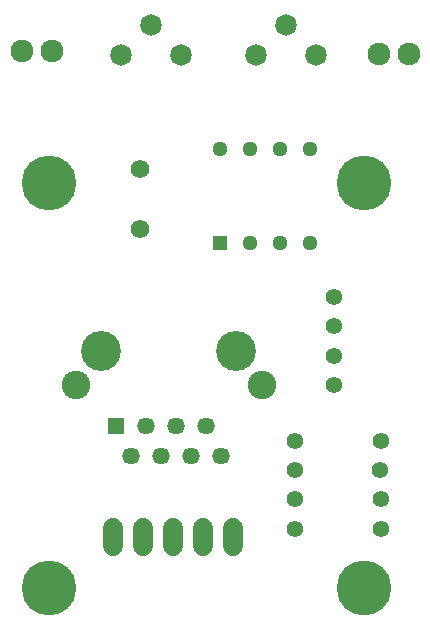
<source format=gbr>
G04 EAGLE Gerber RS-274X export*
G75*
%MOMM*%
%FSLAX34Y34*%
%LPD*%
%INSoldermask Top*%
%IPPOS*%
%AMOC8*
5,1,8,0,0,1.08239X$1,22.5*%
G01*
G04 Define Apertures*
%ADD10C,4.626991*%
%ADD11C,1.927000*%
%ADD12C,1.387000*%
%ADD13C,1.651000*%
%ADD14C,1.827000*%
%ADD15C,3.377000*%
%ADD16C,2.407000*%
%ADD17R,1.462000X1.462000*%
%ADD18C,1.462000*%
%ADD19C,1.577000*%
%ADD20R,1.297000X1.297000*%
%ADD21C,1.297000*%
D10*
X35560Y387350D03*
X35560Y44450D03*
X302260Y44450D03*
X302260Y387350D03*
D11*
X340360Y496570D03*
X314960Y496570D03*
D12*
X276860Y290830D03*
X276860Y265830D03*
X276860Y240830D03*
X276860Y215830D03*
D13*
X191645Y95125D02*
X191645Y79885D01*
X166245Y79885D02*
X166245Y95125D01*
X140845Y95125D02*
X140845Y79885D01*
X115445Y79885D02*
X115445Y95125D01*
X90045Y95125D02*
X90045Y79885D01*
D14*
X261620Y495300D03*
X236220Y520700D03*
X210820Y495300D03*
D15*
X80010Y245110D03*
X194310Y245110D03*
D16*
X58410Y215610D03*
X215910Y215610D03*
D17*
X92710Y181610D03*
D18*
X105410Y156210D03*
X118110Y181610D03*
X130810Y156210D03*
X143510Y181610D03*
X156210Y156210D03*
X168910Y181610D03*
X181610Y156210D03*
D14*
X147320Y495300D03*
X121920Y520700D03*
X96520Y495300D03*
D12*
X244470Y94332D03*
X316870Y94332D03*
X316870Y119380D03*
X244470Y119380D03*
X316518Y143862D03*
X244118Y143862D03*
D19*
X113030Y398780D03*
X113030Y347980D03*
D12*
X316870Y168910D03*
X244470Y168910D03*
D20*
X180340Y336220D03*
D21*
X205740Y336220D03*
X231140Y336220D03*
X256540Y336220D03*
X256540Y415620D03*
X231140Y415620D03*
X205740Y415620D03*
X180340Y415620D03*
D11*
X12700Y499110D03*
X38100Y499110D03*
M02*

</source>
